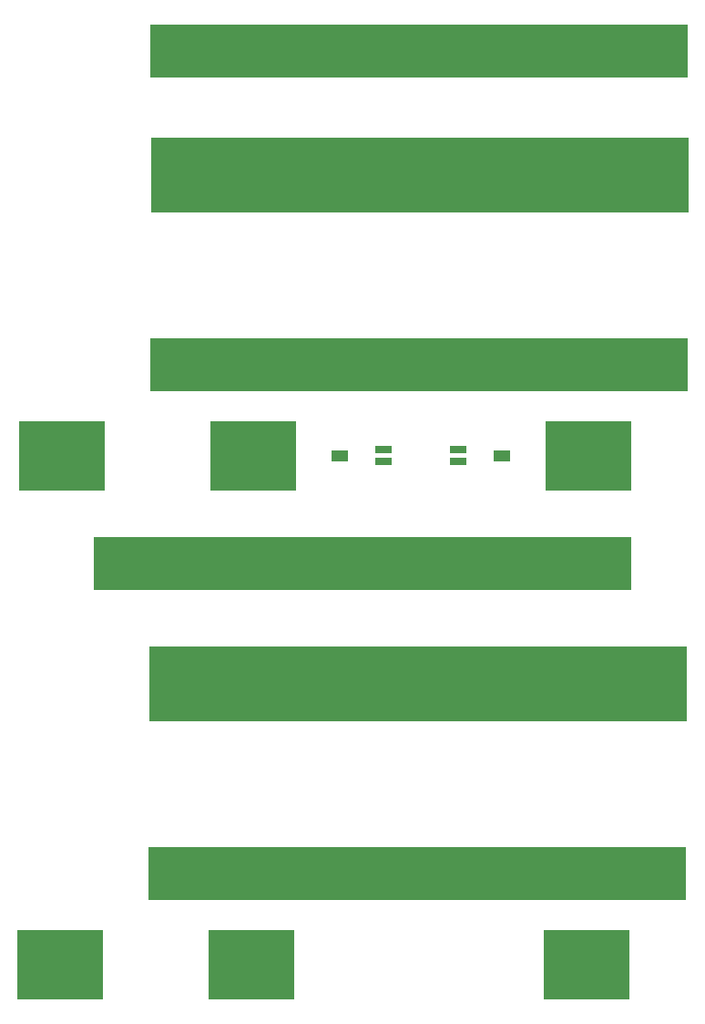
<source format=gtp>
G04 Layer_Color=8421504*
%FSLAX25Y25*%
%MOIN*%
G70*
G01*
G75*
%ADD10R,0.31496X0.25590*%
%ADD11R,1.96850X0.27559*%
%ADD12R,1.96850X0.19685*%
%ADD13R,0.06299X0.03150*%
%ADD14R,0.06299X0.03937*%
D10*
X31772Y199551D02*
D03*
X101949D02*
D03*
X224685D02*
D03*
X31094Y13551D02*
D03*
X101272D02*
D03*
X224008D02*
D03*
D11*
X162770Y302083D02*
D03*
X162092Y116083D02*
D03*
D12*
X162667Y347583D02*
D03*
Y232783D02*
D03*
X142000Y160201D02*
D03*
X161990Y46783D02*
D03*
D13*
X149421Y201716D02*
D03*
Y197386D02*
D03*
X176976D02*
D03*
Y201716D02*
D03*
D14*
X133673Y199551D02*
D03*
X192724D02*
D03*
M02*

</source>
